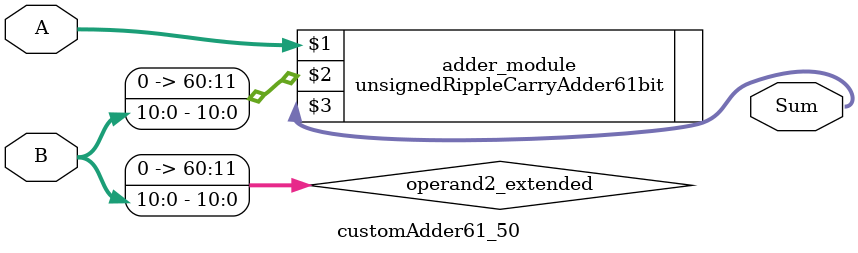
<source format=v>
module customAdder61_50(
                        input [60 : 0] A,
                        input [10 : 0] B,
                        
                        output [61 : 0] Sum
                );

        wire [60 : 0] operand2_extended;
        
        assign operand2_extended =  {50'b0, B};
        
        unsignedRippleCarryAdder61bit adder_module(
            A,
            operand2_extended,
            Sum
        );
        
        endmodule
        
</source>
